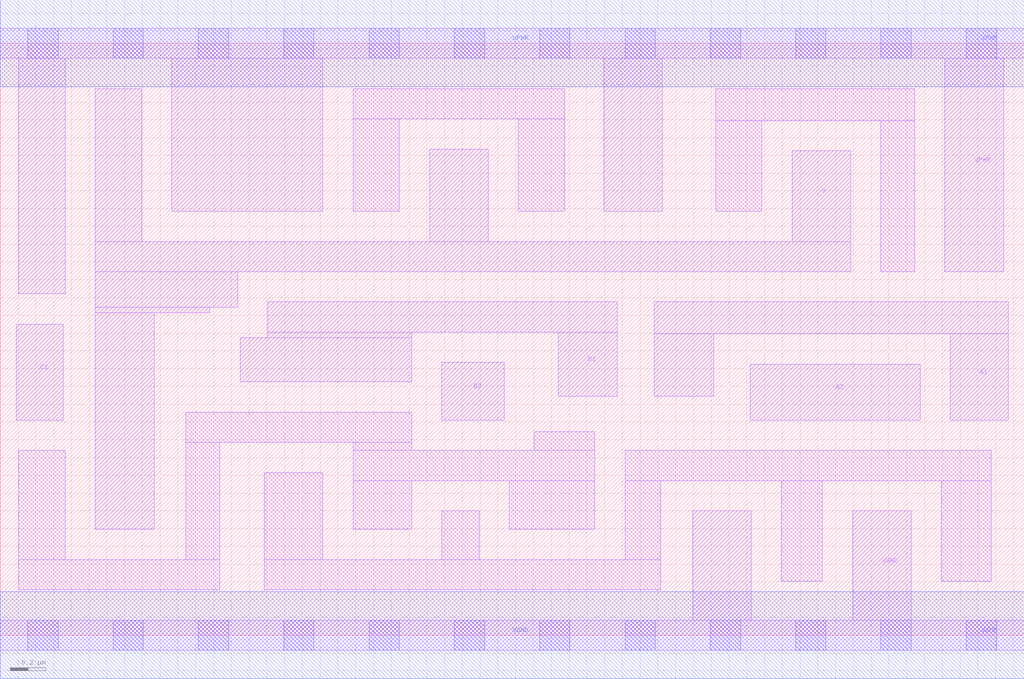
<source format=lef>
# Copyright 2020 The SkyWater PDK Authors
#
# Licensed under the Apache License, Version 2.0 (the "License");
# you may not use this file except in compliance with the License.
# You may obtain a copy of the License at
#
#     https://www.apache.org/licenses/LICENSE-2.0
#
# Unless required by applicable law or agreed to in writing, software
# distributed under the License is distributed on an "AS IS" BASIS,
# WITHOUT WARRANTIES OR CONDITIONS OF ANY KIND, either express or implied.
# See the License for the specific language governing permissions and
# limitations under the License.
#
# SPDX-License-Identifier: Apache-2.0

VERSION 5.7 ;
  NAMESCASESENSITIVE ON ;
  NOWIREEXTENSIONATPIN ON ;
  DIVIDERCHAR "/" ;
  BUSBITCHARS "[]" ;
UNITS
  DATABASE MICRONS 200 ;
END UNITS
MACRO sky130_fd_sc_lp__o221ai_2
  CLASS CORE ;
  SOURCE USER ;
  FOREIGN sky130_fd_sc_lp__o221ai_2 ;
  ORIGIN  0.000000  0.000000 ;
  SIZE  5.760000 BY  3.330000 ;
  SYMMETRY X Y R90 ;
  SITE unit ;
  PIN A1
    ANTENNAGATEAREA  0.630000 ;
    DIRECTION INPUT ;
    USE SIGNAL ;
    PORT
      LAYER li1 ;
        RECT 3.680000 1.345000 4.015000 1.695000 ;
        RECT 3.680000 1.695000 5.670000 1.875000 ;
        RECT 5.345000 1.210000 5.670000 1.695000 ;
    END
  END A1
  PIN A2
    ANTENNAGATEAREA  0.630000 ;
    DIRECTION INPUT ;
    USE SIGNAL ;
    PORT
      LAYER li1 ;
        RECT 4.220000 1.210000 5.175000 1.525000 ;
    END
  END A2
  PIN B1
    ANTENNAGATEAREA  0.630000 ;
    DIRECTION INPUT ;
    USE SIGNAL ;
    PORT
      LAYER li1 ;
        RECT 1.350000 1.425000 2.315000 1.675000 ;
        RECT 1.505000 1.675000 2.315000 1.705000 ;
        RECT 1.505000 1.705000 3.470000 1.875000 ;
        RECT 3.140000 1.345000 3.470000 1.705000 ;
    END
  END B1
  PIN B2
    ANTENNAGATEAREA  0.630000 ;
    DIRECTION INPUT ;
    USE SIGNAL ;
    PORT
      LAYER li1 ;
        RECT 2.485000 1.210000 2.835000 1.535000 ;
    END
  END B2
  PIN C1
    ANTENNAGATEAREA  0.630000 ;
    DIRECTION INPUT ;
    USE SIGNAL ;
    PORT
      LAYER li1 ;
        RECT 0.090000 1.210000 0.355000 1.750000 ;
    END
  END C1
  PIN Y
    ANTENNADIFFAREA  1.293600 ;
    DIRECTION OUTPUT ;
    USE SIGNAL ;
    PORT
      LAYER li1 ;
        RECT 0.535000 0.595000 0.865000 1.815000 ;
        RECT 0.535000 1.815000 1.180000 1.845000 ;
        RECT 0.535000 1.845000 1.335000 2.045000 ;
        RECT 0.535000 2.045000 4.785000 2.215000 ;
        RECT 0.535000 2.215000 0.795000 3.075000 ;
        RECT 2.415000 2.215000 2.745000 2.735000 ;
        RECT 4.455000 2.215000 4.785000 2.725000 ;
    END
  END Y
  PIN VGND
    DIRECTION INOUT ;
    USE GROUND ;
    PORT
      LAYER li1 ;
        RECT 0.000000 -0.085000 5.760000 0.085000 ;
        RECT 3.895000  0.085000 4.225000 0.700000 ;
        RECT 4.795000  0.085000 5.125000 0.700000 ;
      LAYER mcon ;
        RECT 0.155000 -0.085000 0.325000 0.085000 ;
        RECT 0.635000 -0.085000 0.805000 0.085000 ;
        RECT 1.115000 -0.085000 1.285000 0.085000 ;
        RECT 1.595000 -0.085000 1.765000 0.085000 ;
        RECT 2.075000 -0.085000 2.245000 0.085000 ;
        RECT 2.555000 -0.085000 2.725000 0.085000 ;
        RECT 3.035000 -0.085000 3.205000 0.085000 ;
        RECT 3.515000 -0.085000 3.685000 0.085000 ;
        RECT 3.995000 -0.085000 4.165000 0.085000 ;
        RECT 4.475000 -0.085000 4.645000 0.085000 ;
        RECT 4.955000 -0.085000 5.125000 0.085000 ;
        RECT 5.435000 -0.085000 5.605000 0.085000 ;
      LAYER met1 ;
        RECT 0.000000 -0.245000 5.760000 0.245000 ;
    END
  END VGND
  PIN VPWR
    DIRECTION INOUT ;
    USE POWER ;
    PORT
      LAYER li1 ;
        RECT 0.000000 3.245000 5.760000 3.415000 ;
        RECT 0.105000 1.920000 0.365000 3.245000 ;
        RECT 0.965000 2.385000 1.815000 3.245000 ;
        RECT 3.395000 2.385000 3.725000 3.245000 ;
        RECT 5.315000 2.045000 5.645000 3.245000 ;
      LAYER mcon ;
        RECT 0.155000 3.245000 0.325000 3.415000 ;
        RECT 0.635000 3.245000 0.805000 3.415000 ;
        RECT 1.115000 3.245000 1.285000 3.415000 ;
        RECT 1.595000 3.245000 1.765000 3.415000 ;
        RECT 2.075000 3.245000 2.245000 3.415000 ;
        RECT 2.555000 3.245000 2.725000 3.415000 ;
        RECT 3.035000 3.245000 3.205000 3.415000 ;
        RECT 3.515000 3.245000 3.685000 3.415000 ;
        RECT 3.995000 3.245000 4.165000 3.415000 ;
        RECT 4.475000 3.245000 4.645000 3.415000 ;
        RECT 4.955000 3.245000 5.125000 3.415000 ;
        RECT 5.435000 3.245000 5.605000 3.415000 ;
      LAYER met1 ;
        RECT 0.000000 3.085000 5.760000 3.575000 ;
    END
  END VPWR
  OBS
    LAYER li1 ;
      RECT 0.105000 0.255000 1.235000 0.425000 ;
      RECT 0.105000 0.425000 0.365000 1.040000 ;
      RECT 1.045000 0.425000 1.235000 1.085000 ;
      RECT 1.045000 1.085000 2.315000 1.255000 ;
      RECT 1.485000 0.255000 3.715000 0.425000 ;
      RECT 1.485000 0.425000 1.815000 0.915000 ;
      RECT 1.985000 0.595000 2.315000 0.870000 ;
      RECT 1.985000 0.870000 3.345000 1.040000 ;
      RECT 1.985000 1.040000 2.315000 1.085000 ;
      RECT 1.985000 2.385000 2.245000 2.905000 ;
      RECT 1.985000 2.905000 3.175000 3.075000 ;
      RECT 2.485000 0.425000 2.695000 0.700000 ;
      RECT 2.865000 0.595000 3.345000 0.870000 ;
      RECT 2.915000 2.385000 3.175000 2.905000 ;
      RECT 3.005000 1.040000 3.345000 1.145000 ;
      RECT 3.515000 0.425000 3.715000 0.870000 ;
      RECT 3.515000 0.870000 5.575000 1.040000 ;
      RECT 4.025000 2.385000 4.285000 2.895000 ;
      RECT 4.025000 2.895000 5.145000 3.075000 ;
      RECT 4.395000 0.305000 4.625000 0.870000 ;
      RECT 4.955000 2.045000 5.145000 2.895000 ;
      RECT 5.295000 0.305000 5.575000 0.870000 ;
  END
END sky130_fd_sc_lp__o221ai_2

</source>
